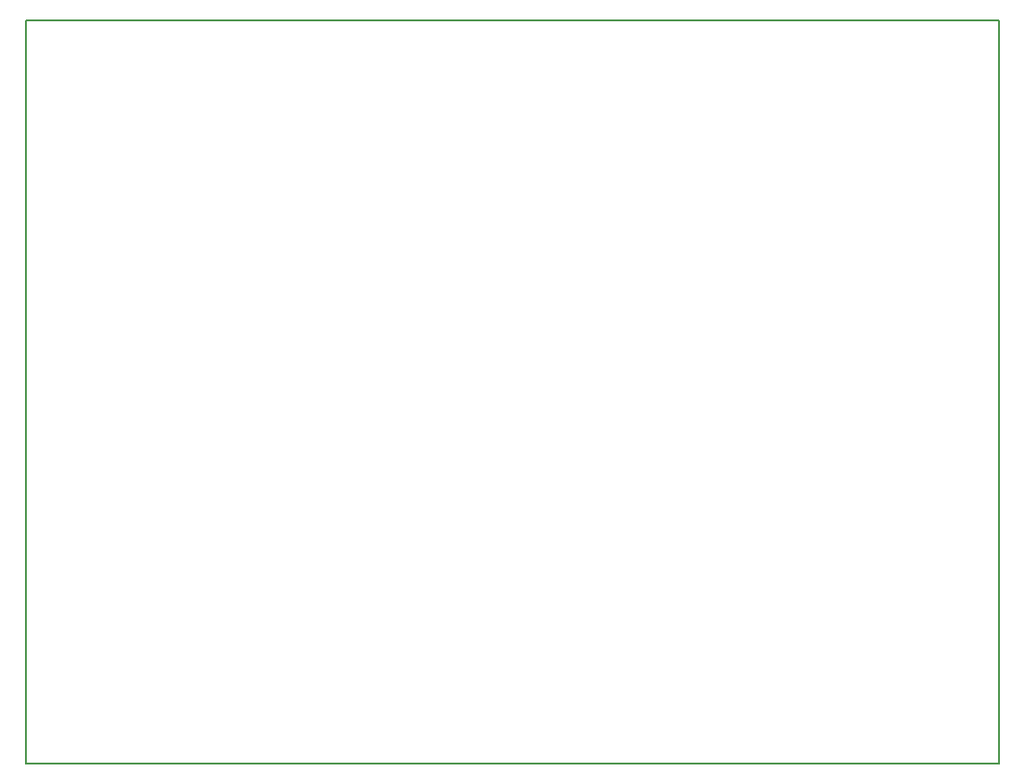
<source format=gko>
G04*
G04 #@! TF.GenerationSoftware,Altium Limited,Altium Designer,21.1.1 (26)*
G04*
G04 Layer_Color=16711935*
%FSLAX25Y25*%
%MOIN*%
G70*
G04*
G04 #@! TF.SameCoordinates,50609B49-341D-4E51-95AC-B49047DEAD09*
G04*
G04*
G04 #@! TF.FilePolarity,Positive*
G04*
G01*
G75*
%ADD33C,0.00787*%
D33*
X120079Y122047D02*
Y389764D01*
Y122047D02*
X470472D01*
Y389764D01*
X120079D02*
X470472D01*
M02*

</source>
